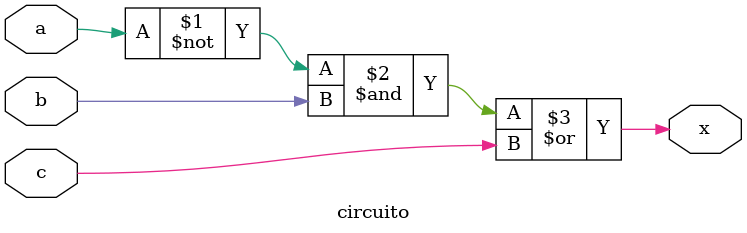
<source format=sv>


module circuito(
    input logic a, 
    input logic b, 
    input logic c,  
    output logic x 
);
    assign x = (~a & b) | c;

endmodule
</source>
